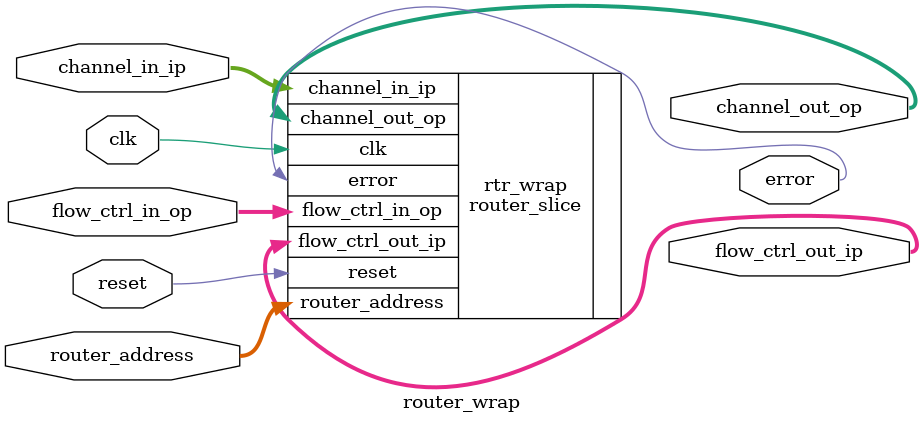
<source format=v>
`include "router_slice.v"
module router_wrap(
        input clk,
        input reset,
        input [3:0] router_address,
        input [189:0] channel_in_ip,      
        output [14:0] flow_ctrl_out_ip,
        output [189:0] channel_out_op,     
        input [14:0] flow_ctrl_in_op,
        output error
    );


   router_slice
     #(.topology(0),
       .buffer_size(32),                 
       .num_message_classes(1),
       .num_resource_classes(1),
       .num_vcs_per_class(4),
       .num_nodes(9),
       .num_dimensions(2),
       .num_nodes_per_router(1),
       .packet_format(0),
       .flow_ctrl_type(0),
       .flow_ctrl_bypass(0),
       .max_payload_length(4),
       .min_payload_length(0),
       .router_type(1),
       .enable_link_pm(1),
       .flit_data_width(32),             
       .error_capture_mode(1),
       .restrict_turns(1),
       .predecode_lar_info(1),
       .routing_type(0),
       .dim_order(0),
       .input_stage_can_hold(0),
       .fb_regfile_type(0),
       .fb_mgmt_type(0),
       .explicit_pipeline_register(0),
       .dual_path_alloc(0),
       .dual_path_allow_conflicts(0),
       .dual_path_mask_on_ready(1),
       .precomp_ivc_sel(0),
       .precomp_ip_sel(0),
       .elig_mask(1),
       .vc_alloc_type(0),
       .vc_alloc_arbiter_type(0),
       .vc_alloc_prefer_empty(0),
       .sw_alloc_type(0),
       .sw_alloc_arbiter_type(0),
       .sw_alloc_spec_type(1),
       .crossbar_type(0),
       .reset_type(0))
   rtr_wrap
     (.clk(clk),
      .reset(reset),
      .router_address(router_address),
      .channel_in_ip(channel_in_ip),
      .flow_ctrl_out_ip(flow_ctrl_out_ip),
      .channel_out_op(channel_out_op),
      .flow_ctrl_in_op(flow_ctrl_in_op),
      .error(error) );
        

endmodule
</source>
